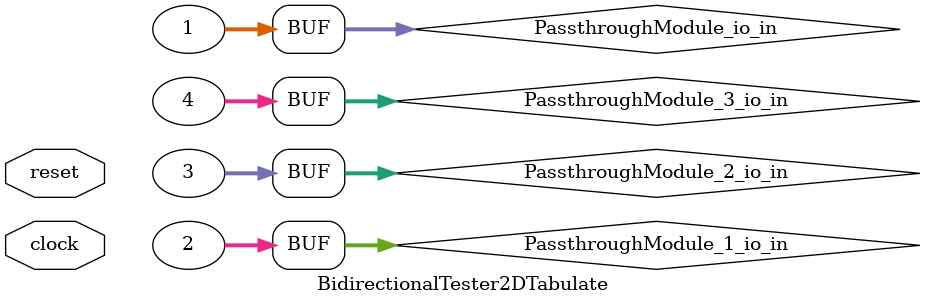
<source format=v>
module PassthroughModule(
  input  [31:0] io_in,
  output [31:0] io_out
);
  assign io_out = io_in; // @[Util.scala 19:10]
endmodule
module BidirectionalTester2DTabulate(
  input   clock,
  input   reset
);
  wire [31:0] PassthroughModule_io_in; // @[Vec.scala 209:30]
  wire [31:0] PassthroughModule_io_out; // @[Vec.scala 209:30]
  wire [31:0] PassthroughModule_1_io_in; // @[Vec.scala 209:30]
  wire [31:0] PassthroughModule_1_io_out; // @[Vec.scala 209:30]
  wire [31:0] PassthroughModule_2_io_in; // @[Vec.scala 209:30]
  wire [31:0] PassthroughModule_2_io_out; // @[Vec.scala 209:30]
  wire [31:0] PassthroughModule_3_io_in; // @[Vec.scala 209:30]
  wire [31:0] PassthroughModule_3_io_out; // @[Vec.scala 209:30]
  wire  _T_2 = ~reset; // @[Vec.scala 211:13]
  PassthroughModule PassthroughModule ( // @[Vec.scala 209:30]
    .io_in(PassthroughModule_io_in),
    .io_out(PassthroughModule_io_out)
  );
  PassthroughModule PassthroughModule_1 ( // @[Vec.scala 209:30]
    .io_in(PassthroughModule_1_io_in),
    .io_out(PassthroughModule_1_io_out)
  );
  PassthroughModule PassthroughModule_2 ( // @[Vec.scala 209:30]
    .io_in(PassthroughModule_2_io_in),
    .io_out(PassthroughModule_2_io_out)
  );
  PassthroughModule PassthroughModule_3 ( // @[Vec.scala 209:30]
    .io_in(PassthroughModule_3_io_in),
    .io_out(PassthroughModule_3_io_out)
  );
  assign PassthroughModule_io_in = 32'h1; // @[Vec.scala 202:{40,40}]
  assign PassthroughModule_1_io_in = 32'h2; // @[Vec.scala 202:{40,40}]
  assign PassthroughModule_2_io_in = 32'h3; // @[Vec.scala 202:{40,40}]
  assign PassthroughModule_3_io_in = 32'h4; // @[Vec.scala 202:{40,40}]
  always @(posedge clock) begin
    `ifndef SYNTHESIS
    `ifdef STOP_COND
      if (`STOP_COND) begin
    `endif
        if (~reset & ~(PassthroughModule_io_out == 32'h1)) begin
          $fatal; // @[Vec.scala 211:13]
        end
    `ifdef STOP_COND
      end
    `endif
    `endif // SYNTHESIS
    `ifndef SYNTHESIS
    `ifdef PRINTF_COND
      if (`PRINTF_COND) begin
    `endif
        if (~reset & ~(PassthroughModule_io_out == 32'h1)) begin
          $fwrite(32'h80000002,"Assertion failed\n    at Vec.scala:211 assert(receiveMod.out === value.U)\n"); // @[Vec.scala 211:13]
        end
    `ifdef PRINTF_COND
      end
    `endif
    `endif // SYNTHESIS
    `ifndef SYNTHESIS
    `ifdef STOP_COND
      if (`STOP_COND) begin
    `endif
        if (~reset & ~(PassthroughModule_1_io_out == 32'h2)) begin
          $fatal; // @[Vec.scala 211:13]
        end
    `ifdef STOP_COND
      end
    `endif
    `endif // SYNTHESIS
    `ifndef SYNTHESIS
    `ifdef PRINTF_COND
      if (`PRINTF_COND) begin
    `endif
        if (~reset & ~(PassthroughModule_1_io_out == 32'h2)) begin
          $fwrite(32'h80000002,"Assertion failed\n    at Vec.scala:211 assert(receiveMod.out === value.U)\n"); // @[Vec.scala 211:13]
        end
    `ifdef PRINTF_COND
      end
    `endif
    `endif // SYNTHESIS
    `ifndef SYNTHESIS
    `ifdef STOP_COND
      if (`STOP_COND) begin
    `endif
        if (~reset & ~(PassthroughModule_2_io_out == 32'h3)) begin
          $fatal; // @[Vec.scala 211:13]
        end
    `ifdef STOP_COND
      end
    `endif
    `endif // SYNTHESIS
    `ifndef SYNTHESIS
    `ifdef PRINTF_COND
      if (`PRINTF_COND) begin
    `endif
        if (~reset & ~(PassthroughModule_2_io_out == 32'h3)) begin
          $fwrite(32'h80000002,"Assertion failed\n    at Vec.scala:211 assert(receiveMod.out === value.U)\n"); // @[Vec.scala 211:13]
        end
    `ifdef PRINTF_COND
      end
    `endif
    `endif // SYNTHESIS
    `ifndef SYNTHESIS
    `ifdef STOP_COND
      if (`STOP_COND) begin
    `endif
        if (~reset & ~(PassthroughModule_3_io_out == 32'h4)) begin
          $fatal; // @[Vec.scala 211:13]
        end
    `ifdef STOP_COND
      end
    `endif
    `endif // SYNTHESIS
    `ifndef SYNTHESIS
    `ifdef PRINTF_COND
      if (`PRINTF_COND) begin
    `endif
        if (~reset & ~(PassthroughModule_3_io_out == 32'h4)) begin
          $fwrite(32'h80000002,"Assertion failed\n    at Vec.scala:211 assert(receiveMod.out === value.U)\n"); // @[Vec.scala 211:13]
        end
    `ifdef PRINTF_COND
      end
    `endif
    `endif // SYNTHESIS
    `ifndef SYNTHESIS
    `ifdef STOP_COND
      if (`STOP_COND) begin
    `endif
        if (_T_2) begin
          $finish; // @[Vec.scala 213:9]
        end
    `ifdef STOP_COND
      end
    `endif
    `endif // SYNTHESIS
  end
endmodule

</source>
